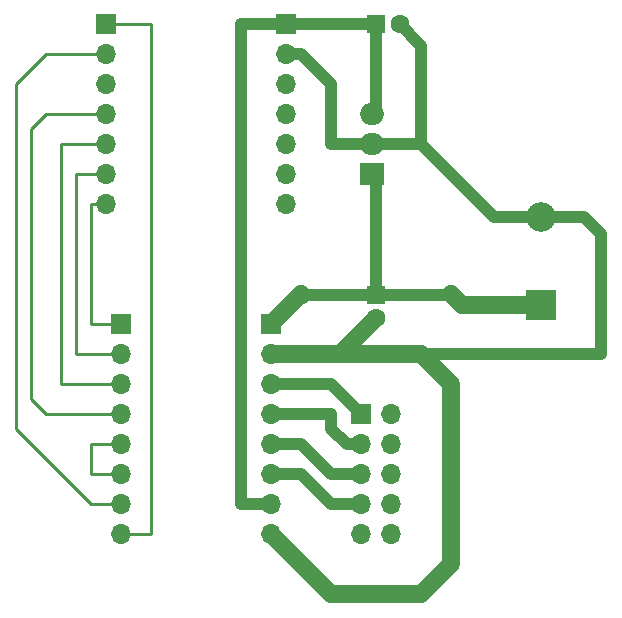
<source format=gtl>
G04 #@! TF.GenerationSoftware,KiCad,Pcbnew,7.0.2*
G04 #@! TF.CreationDate,2023-06-02T09:34:51+02:00*
G04 #@! TF.ProjectId,split_flap,73706c69-745f-4666-9c61-702e6b696361,rev?*
G04 #@! TF.SameCoordinates,Original*
G04 #@! TF.FileFunction,Copper,L1,Top*
G04 #@! TF.FilePolarity,Positive*
%FSLAX46Y46*%
G04 Gerber Fmt 4.6, Leading zero omitted, Abs format (unit mm)*
G04 Created by KiCad (PCBNEW 7.0.2) date 2023-06-02 09:34:51*
%MOMM*%
%LPD*%
G01*
G04 APERTURE LIST*
G04 #@! TA.AperFunction,ComponentPad*
%ADD10R,1.700000X1.700000*%
G04 #@! TD*
G04 #@! TA.AperFunction,ComponentPad*
%ADD11O,1.700000X1.700000*%
G04 #@! TD*
G04 #@! TA.AperFunction,ComponentPad*
%ADD12R,2.500000X2.500000*%
G04 #@! TD*
G04 #@! TA.AperFunction,ComponentPad*
%ADD13C,2.500000*%
G04 #@! TD*
G04 #@! TA.AperFunction,ComponentPad*
%ADD14R,1.600000X1.600000*%
G04 #@! TD*
G04 #@! TA.AperFunction,ComponentPad*
%ADD15C,1.600000*%
G04 #@! TD*
G04 #@! TA.AperFunction,ComponentPad*
%ADD16R,2.000000X1.905000*%
G04 #@! TD*
G04 #@! TA.AperFunction,ComponentPad*
%ADD17O,2.000000X1.905000*%
G04 #@! TD*
G04 #@! TA.AperFunction,Conductor*
%ADD18C,1.000000*%
G04 #@! TD*
G04 #@! TA.AperFunction,Conductor*
%ADD19C,1.500000*%
G04 #@! TD*
G04 #@! TA.AperFunction,Conductor*
%ADD20C,0.250000*%
G04 #@! TD*
G04 APERTURE END LIST*
D10*
X76200000Y-71120000D03*
D11*
X76200000Y-73660000D03*
X76200000Y-76200000D03*
X76200000Y-78740000D03*
X76200000Y-81280000D03*
X76200000Y-83820000D03*
X76200000Y-86360000D03*
X76200000Y-88900000D03*
D12*
X111760000Y-69500000D03*
D13*
X111760000Y-62000000D03*
D14*
X97790000Y-45720000D03*
D15*
X99790000Y-45720000D03*
D14*
X97790000Y-68600000D03*
D15*
X97790000Y-70600000D03*
D16*
X97465000Y-58420000D03*
D17*
X97465000Y-55880000D03*
X97465000Y-53340000D03*
D10*
X96520000Y-78740000D03*
D11*
X99060000Y-78740000D03*
X96520000Y-81280000D03*
X99060000Y-81280000D03*
X96520000Y-83820000D03*
X99060000Y-83820000D03*
X96520000Y-86360000D03*
X99060000Y-86360000D03*
X96520000Y-88900000D03*
X99060000Y-88900000D03*
D10*
X88900000Y-71120000D03*
D11*
X88900000Y-73660000D03*
X88900000Y-76200000D03*
X88900000Y-78740000D03*
X88900000Y-81280000D03*
X88900000Y-83820000D03*
X88900000Y-86360000D03*
X88900000Y-88900000D03*
D10*
X74930000Y-45720000D03*
D11*
X74930000Y-48260000D03*
X74930000Y-50800000D03*
X74930000Y-53340000D03*
X74930000Y-55880000D03*
X74930000Y-58420000D03*
X74930000Y-60960000D03*
D10*
X90170000Y-45720000D03*
D11*
X90170000Y-48260000D03*
X90170000Y-50800000D03*
X90170000Y-53340000D03*
X90170000Y-55880000D03*
X90170000Y-58420000D03*
X90170000Y-60960000D03*
D18*
X97790000Y-58745000D02*
X97465000Y-58420000D01*
X97790000Y-68600000D02*
X97790000Y-58745000D01*
X104120000Y-68600000D02*
X104140000Y-68580000D01*
X97790000Y-68600000D02*
X104120000Y-68600000D01*
X97790000Y-68600000D02*
X91460000Y-68600000D01*
D19*
X105060000Y-69500000D02*
X104140000Y-68580000D01*
X88900000Y-71120000D02*
X91440000Y-68580000D01*
X91440000Y-68580000D02*
X91460000Y-68600000D01*
X111760000Y-69500000D02*
X105060000Y-69500000D01*
D18*
X97465000Y-68275000D02*
X97790000Y-68600000D01*
D20*
X78740000Y-88900000D02*
X76200000Y-88900000D01*
X78740000Y-45720000D02*
X78740000Y-88900000D01*
X74930000Y-45720000D02*
X78740000Y-45720000D01*
X67310000Y-80010000D02*
X73660000Y-86360000D01*
X69850000Y-48260000D02*
X67310000Y-50800000D01*
X74930000Y-48260000D02*
X69850000Y-48260000D01*
X67310000Y-50800000D02*
X67310000Y-80010000D01*
X73660000Y-86360000D02*
X76200000Y-86360000D01*
X68580000Y-77470000D02*
X68580000Y-54610000D01*
X69850000Y-53340000D02*
X74930000Y-53340000D01*
X68580000Y-54610000D02*
X69850000Y-53340000D01*
X76200000Y-78740000D02*
X69850000Y-78740000D01*
X69850000Y-78740000D02*
X68580000Y-77470000D01*
X76200000Y-76200000D02*
X71120000Y-76200000D01*
X71120000Y-76200000D02*
X71120000Y-55880000D01*
X71120000Y-55880000D02*
X74930000Y-55880000D01*
X72390000Y-58420000D02*
X72390000Y-73660000D01*
X72390000Y-73660000D02*
X76200000Y-73660000D01*
X72390000Y-58420000D02*
X74930000Y-58420000D01*
X73660000Y-60960000D02*
X73660000Y-71120000D01*
X76200000Y-71120000D02*
X73660000Y-71120000D01*
X73660000Y-60960000D02*
X74930000Y-60960000D01*
D19*
X101600000Y-93980000D02*
X93980000Y-93980000D01*
D18*
X90170000Y-48260000D02*
X91440000Y-48260000D01*
X93980000Y-50800000D02*
X93980000Y-55880000D01*
X116840000Y-73660000D02*
X101600000Y-73660000D01*
D19*
X93980000Y-93980000D02*
X88900000Y-88900000D01*
D18*
X93980000Y-55880000D02*
X97465000Y-55880000D01*
X111760000Y-62000000D02*
X115340000Y-62000000D01*
X116840000Y-63500000D02*
X116840000Y-73660000D01*
X101600000Y-55880000D02*
X101600000Y-47530000D01*
D19*
X94730000Y-73660000D02*
X101600000Y-73660000D01*
D18*
X115340000Y-62000000D02*
X116840000Y-63500000D01*
X107720000Y-62000000D02*
X101600000Y-55880000D01*
X111760000Y-62000000D02*
X107720000Y-62000000D01*
X91440000Y-48260000D02*
X93980000Y-50800000D01*
D19*
X101600000Y-73660000D02*
X104140000Y-76200000D01*
X104140000Y-91440000D02*
X101600000Y-93980000D01*
X104140000Y-76200000D02*
X104140000Y-91440000D01*
D18*
X101600000Y-47530000D02*
X99790000Y-45720000D01*
D19*
X94730000Y-73660000D02*
X97790000Y-70600000D01*
D18*
X97465000Y-55880000D02*
X101600000Y-55880000D01*
D19*
X88900000Y-73660000D02*
X94730000Y-73660000D01*
D20*
X76200000Y-81280000D02*
X73660000Y-81280000D01*
X73660000Y-81280000D02*
X73660000Y-83820000D01*
X73660000Y-83820000D02*
X76200000Y-83820000D01*
D18*
X88900000Y-76200000D02*
X93980000Y-76200000D01*
X93980000Y-76200000D02*
X96520000Y-78740000D01*
X88900000Y-78740000D02*
X93980000Y-78740000D01*
X93980000Y-78740000D02*
X93980000Y-79942081D01*
X93980000Y-79942081D02*
X95317919Y-81280000D01*
X95317919Y-81280000D02*
X96520000Y-81280000D01*
X91440000Y-81280000D02*
X93980000Y-83820000D01*
X88900000Y-81280000D02*
X91440000Y-81280000D01*
X93980000Y-83820000D02*
X96520000Y-83820000D01*
X91440000Y-83820000D02*
X93980000Y-86360000D01*
X88900000Y-83820000D02*
X91440000Y-83820000D01*
X93980000Y-86360000D02*
X96520000Y-86360000D01*
X86360000Y-45720000D02*
X86360000Y-86360000D01*
X90170000Y-45720000D02*
X86360000Y-45720000D01*
X86360000Y-86360000D02*
X88900000Y-86360000D01*
X97790000Y-53015000D02*
X97465000Y-53340000D01*
X97790000Y-45720000D02*
X90170000Y-45720000D01*
X97790000Y-45720000D02*
X97790000Y-53015000D01*
M02*

</source>
